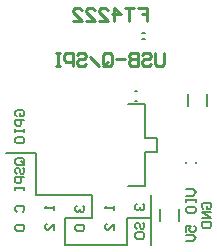
<source format=gbo>
G04*
G04 #@! TF.GenerationSoftware,Altium Limited,Altium Designer,23.2.1 (34)*
G04*
G04 Layer_Color=32896*
%FSLAX25Y25*%
%MOIN*%
G70*
G04*
G04 #@! TF.SameCoordinates,2D16543A-974C-4BE6-9D28-3C7F8BE36A88*
G04*
G04*
G04 #@! TF.FilePolarity,Positive*
G04*
G01*
G75*
%ADD13C,0.00787*%
%ADD14C,0.00750*%
%ADD16C,0.00500*%
%ADD36C,0.00984*%
%ADD68C,0.00591*%
D13*
X13780Y-30512D02*
Y-21654D01*
X-34449Y0D02*
X-24606D01*
Y-13780D02*
Y0D01*
Y-13780D02*
X-5906D01*
X-14764Y-30512D02*
X5906D01*
Y-21654D01*
X13780D01*
Y-13780D01*
X-5906Y-21654D02*
Y-13780D01*
X-14764Y-21654D02*
X-5906D01*
X-14764Y-30512D02*
Y-21654D01*
X5974Y-11024D02*
X11880D01*
X5974Y16535D02*
X11880D01*
Y-11024D02*
Y393D01*
X15816D01*
Y5117D01*
X11880D02*
Y16535D01*
Y5117D02*
X15816D01*
D14*
X25967Y15787D02*
Y19724D01*
X32267Y15787D02*
Y19724D01*
X23150Y-22641D02*
Y-18704D01*
X16850Y-22641D02*
Y-18704D01*
X28840Y-3390D02*
Y-2799D01*
X25494Y-3390D02*
Y-2799D01*
X8455Y17481D02*
X9046D01*
X8455Y20828D02*
X9046D01*
D16*
X10654Y39940D02*
X11639Y39940D01*
X10654Y37971D02*
X11638Y37971D01*
D36*
X9380Y48588D02*
X12266D01*
Y46423D01*
X10823D01*
X12266D01*
Y44259D01*
X7937Y48588D02*
X5051D01*
X6494D01*
Y44259D01*
X1443D02*
Y48588D01*
X3608Y46423D01*
X722D01*
X-3608Y44259D02*
X-722D01*
X-3608Y47145D01*
Y47866D01*
X-2886Y48588D01*
X-1443D01*
X-722Y47866D01*
X-7937Y44259D02*
X-5051D01*
X-7937Y47145D01*
Y47866D01*
X-7215Y48588D01*
X-5772D01*
X-5051Y47866D01*
X-12266Y44259D02*
X-9380D01*
X-12266Y47145D01*
Y47866D01*
X-11545Y48588D01*
X-10102D01*
X-9380Y47866D01*
X18039Y33473D02*
Y29866D01*
X17317Y29144D01*
X15874D01*
X15153Y29866D01*
Y33473D01*
X10823Y32752D02*
X11545Y33473D01*
X12988D01*
X13710Y32752D01*
Y32030D01*
X12988Y31309D01*
X11545D01*
X10823Y30587D01*
Y29866D01*
X11545Y29144D01*
X12988D01*
X13710Y29866D01*
X9380Y33473D02*
Y29144D01*
X7215D01*
X6494Y29866D01*
Y30587D01*
X7215Y31309D01*
X9380D01*
X7215D01*
X6494Y32030D01*
Y32752D01*
X7215Y33473D01*
X9380D01*
X5051Y31309D02*
X2165D01*
X-2165Y29866D02*
Y32752D01*
X-1443Y33473D01*
X0D01*
X722Y32752D01*
Y29866D01*
X0Y29144D01*
X-1443D01*
X-722Y30587D02*
X-2165Y29144D01*
X-1443D02*
X-2165Y29866D01*
X-3608Y29144D02*
X-6494Y32030D01*
X-10823Y32752D02*
X-10102Y33473D01*
X-8659D01*
X-7937Y32752D01*
Y32030D01*
X-8659Y31309D01*
X-10102D01*
X-10823Y30587D01*
Y29866D01*
X-10102Y29144D01*
X-8659D01*
X-7937Y29866D01*
X-12266Y29144D02*
Y33473D01*
X-14431D01*
X-15153Y32752D01*
Y31309D01*
X-14431Y30587D01*
X-12266D01*
X-16596Y33473D02*
X-18039D01*
X-17317D01*
Y29144D01*
X-16596D01*
X-18039D01*
D68*
X1574Y-17718D02*
Y-18767D01*
Y-18243D01*
X-1574D01*
X-1050Y-17718D01*
X1574Y-25589D02*
Y-23490D01*
X-525Y-25589D01*
X-1050D01*
X-1574Y-25065D01*
Y-24015D01*
X-1050Y-23490D01*
X25514Y-12011D02*
X27613D01*
X28663Y-13060D01*
X27613Y-14110D01*
X25514D01*
Y-15159D02*
Y-16209D01*
Y-15684D01*
X28663D01*
Y-15159D01*
Y-16209D01*
X25514Y-19357D02*
Y-18308D01*
X26039Y-17783D01*
X28138D01*
X28663Y-18308D01*
Y-19357D01*
X28138Y-19882D01*
X26039D01*
X25514Y-19357D01*
Y-26179D02*
Y-24080D01*
X27088D01*
X26564Y-25130D01*
Y-25655D01*
X27088Y-26179D01*
X28138D01*
X28663Y-25655D01*
Y-24605D01*
X28138Y-24080D01*
X25514Y-27229D02*
X27613D01*
X28663Y-28278D01*
X27613Y-29328D01*
X25514D01*
X31234Y-18570D02*
X30710Y-18045D01*
Y-16996D01*
X31234Y-16471D01*
X33334D01*
X33858Y-16996D01*
Y-18045D01*
X33334Y-18570D01*
X32284D01*
Y-17521D01*
X33858Y-19620D02*
X30710D01*
X33858Y-21719D01*
X30710D01*
Y-22768D02*
X33858D01*
Y-24343D01*
X33334Y-24867D01*
X31234D01*
X30710Y-24343D01*
Y-22768D01*
X-18426Y-17718D02*
Y-18767D01*
Y-18243D01*
X-21574D01*
X-21050Y-17718D01*
X-18426Y-25589D02*
Y-23490D01*
X-20525Y-25589D01*
X-21050D01*
X-21574Y-25065D01*
Y-24015D01*
X-21050Y-23490D01*
X-11050Y-17455D02*
X-11574Y-17980D01*
Y-19030D01*
X-11050Y-19554D01*
X-10525D01*
X-10000Y-19030D01*
Y-18505D01*
Y-19030D01*
X-9475Y-19554D01*
X-8951D01*
X-8426Y-19030D01*
Y-17980D01*
X-8951Y-17455D01*
X-11050Y-23753D02*
X-11574Y-24277D01*
Y-25327D01*
X-11050Y-25852D01*
X-8951D01*
X-8426Y-25327D01*
Y-24277D01*
X-8951Y-23753D01*
X-11050D01*
X-31050Y-19554D02*
X-31574Y-19030D01*
Y-17980D01*
X-31050Y-17455D01*
X-28951D01*
X-28426Y-17980D01*
Y-19030D01*
X-28951Y-19554D01*
X-31050Y-23753D02*
X-31574Y-24277D01*
Y-25327D01*
X-31050Y-25852D01*
X-28951D01*
X-28426Y-25327D01*
Y-24277D01*
X-28951Y-23753D01*
X-31050D01*
X8950Y-16865D02*
X8426Y-17390D01*
Y-18440D01*
X8950Y-18964D01*
X9475D01*
X10000Y-18440D01*
Y-17915D01*
Y-18440D01*
X10525Y-18964D01*
X11050D01*
X11574Y-18440D01*
Y-17390D01*
X11050Y-16865D01*
X8950Y-25262D02*
X8426Y-24737D01*
Y-23687D01*
X8950Y-23163D01*
X9475D01*
X10000Y-23687D01*
Y-24737D01*
X10525Y-25262D01*
X11050D01*
X11574Y-24737D01*
Y-23687D01*
X11050Y-23163D01*
X8950Y-26311D02*
X8426Y-26836D01*
Y-27885D01*
X8950Y-28410D01*
X11050D01*
X11574Y-27885D01*
Y-26836D01*
X11050Y-26311D01*
X8950D01*
X-31050Y12269D02*
X-31574Y12794D01*
Y13844D01*
X-31050Y14368D01*
X-28951D01*
X-28426Y13844D01*
Y12794D01*
X-28951Y12269D01*
X-30000D01*
Y13319D01*
X-28426Y11220D02*
X-31574D01*
Y9645D01*
X-31050Y9121D01*
X-30000D01*
X-29475Y9645D01*
Y11220D01*
X-31574Y8071D02*
Y7022D01*
Y7546D01*
X-28426D01*
Y8071D01*
Y7022D01*
X-31574Y3873D02*
Y4923D01*
X-31050Y5447D01*
X-28951D01*
X-28426Y4923D01*
Y3873D01*
X-28951Y3348D01*
X-31050D01*
X-31574Y3873D01*
X-28951Y-3741D02*
X-31050D01*
X-31574Y-3216D01*
Y-2167D01*
X-31050Y-1642D01*
X-28951D01*
X-28426Y-2167D01*
Y-3216D01*
X-29475Y-2692D02*
X-28426Y-3741D01*
Y-3216D02*
X-28951Y-3741D01*
X-31050Y-6890D02*
X-31574Y-6365D01*
Y-5315D01*
X-31050Y-4791D01*
X-30525D01*
X-30000Y-5315D01*
Y-6365D01*
X-29475Y-6890D01*
X-28951D01*
X-28426Y-6365D01*
Y-5315D01*
X-28951Y-4791D01*
X-28426Y-7939D02*
X-31574D01*
Y-9514D01*
X-31050Y-10038D01*
X-30000D01*
X-29475Y-9514D01*
Y-7939D01*
X-31574Y-11088D02*
Y-12137D01*
Y-11613D01*
X-28426D01*
Y-11088D01*
Y-12137D01*
M02*

</source>
